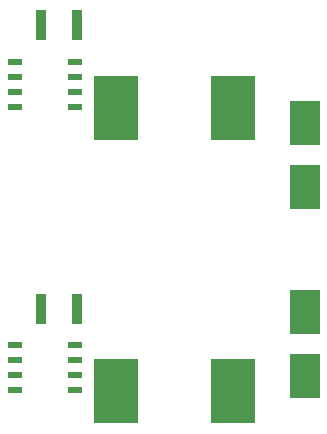
<source format=gtp>
G04*
G04 #@! TF.GenerationSoftware,Altium Limited,Altium Designer,21.1.1 (26)*
G04*
G04 Layer_Color=8421504*
%FSLAX44Y44*%
%MOMM*%
G71*
G04*
G04 #@! TF.SameCoordinates,2B608519-D33F-45DA-9D82-168DE6A03E0F*
G04*
G04*
G04 #@! TF.FilePolarity,Positive*
G04*
G01*
G75*
%ADD13R,3.8500X5.5000*%
%ADD14R,1.1940X0.5590*%
%ADD15R,0.9000X2.5000*%
%ADD16R,2.5500X3.7500*%
D13*
X220250Y370000D02*
D03*
X319750D02*
D03*
X319750Y130000D02*
D03*
X220250D02*
D03*
D14*
X134730Y169050D02*
D03*
Y156350D02*
D03*
Y143650D02*
D03*
Y130950D02*
D03*
X185270Y169050D02*
D03*
Y156350D02*
D03*
Y143650D02*
D03*
Y130950D02*
D03*
X134730Y409050D02*
D03*
Y396350D02*
D03*
Y383650D02*
D03*
Y370950D02*
D03*
X185270Y409050D02*
D03*
Y396350D02*
D03*
Y383650D02*
D03*
Y370950D02*
D03*
D15*
X187500Y200000D02*
D03*
X156500D02*
D03*
Y440000D02*
D03*
X187500D02*
D03*
D16*
X380000Y197000D02*
D03*
Y143000D02*
D03*
Y303000D02*
D03*
Y357000D02*
D03*
M02*

</source>
